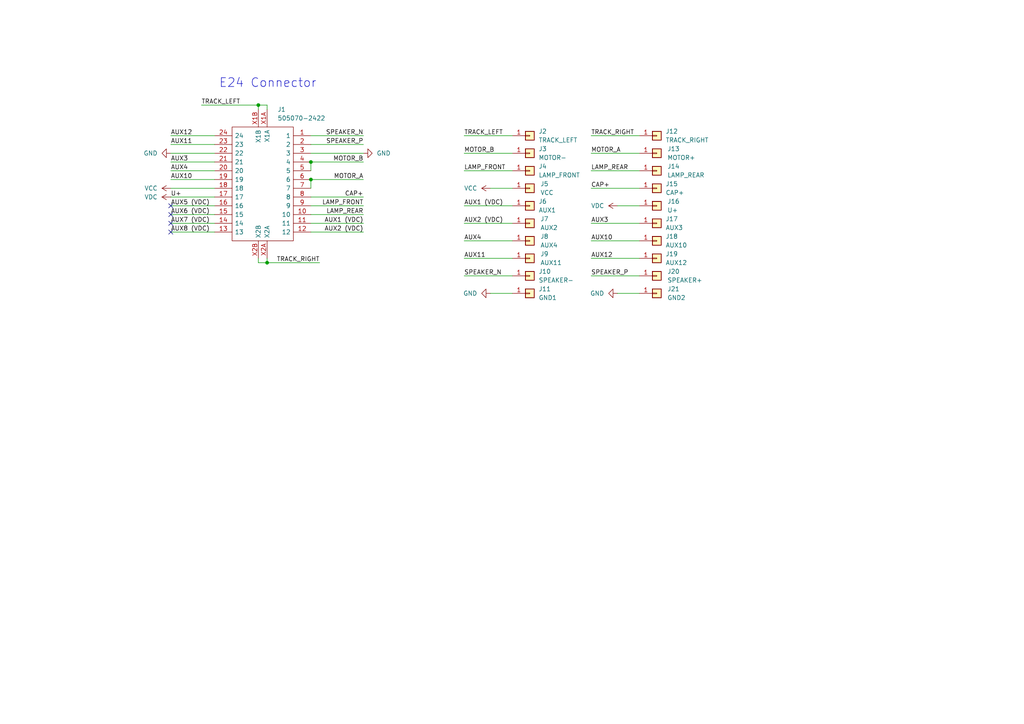
<source format=kicad_sch>
(kicad_sch (version 20231120) (generator "eeschema") (generator_version "8.0")
  (paper "A4")
  (lib_symbols
    (symbol "Connector_Generic:Conn_01x01" (pin_names (offset 1.016) hide)
      (property "Reference" "J" (at 0 2.54 0))
      (property "Value" "Conn_01x01" (at 0 -2.54 0))
      (symbol "Conn_01x01_1_1"
        (rectangle (start -1.27 0.127) (end 0 -0.127) (stroke (width 0.1524)))
        (rectangle (start -1.27 1.27) (end 1.27 -1.27) (stroke (width 0.254)) (fill (type background)))
        (pin passive line (at -5.08 0 0) (length 3.81) (name "Pin_1") (number "1"))
      )
    )
    (symbol "Local Symbol Library:505070-2422" (pin_names (offset 0.762))
      (property "Reference" "J" (at 39.37 12.7 0))
      (property "Value" "505070-2422" (at 39.37 10.16 0))
      (symbol "505070-2422_0_1"
        (polyline (pts (xy 5.08 7.62) (xy 38.1 7.62) (xy 38.1 -10.16) (xy 5.08 -10.16) (xy 5.08 7.62)) (stroke (width 0.1524)))
      )
      (symbol "505070-2422_1_0"
        (pin passive line (at 7.62 12.7 270) (length 5.08) (name "1") (number "1"))
        (pin passive line (at 30.48 12.7 270) (length 5.08) (name "10") (number "10"))
        (pin passive line (at 33.02 12.7 270) (length 5.08) (name "11") (number "11"))
        (pin passive line (at 35.56 12.7 270) (length 5.08) (name "12") (number "12"))
        (pin passive line (at 35.56 -15.24 90) (length 5.08) (name "13") (number "13"))
        (pin passive line (at 33.02 -15.24 90) (length 5.08) (name "14") (number "14"))
        (pin passive line (at 30.48 -15.24 90) (length 5.08) (name "15") (number "15"))
        (pin passive line (at 27.94 -15.24 90) (length 5.08) (name "16") (number "16"))
        (pin passive line (at 25.4 -15.24 90) (length 5.08) (name "17") (number "17"))
        (pin passive line (at 22.86 -15.24 90) (length 5.08) (name "18") (number "18"))
        (pin passive line (at 20.32 -15.24 90) (length 5.08) (name "19") (number "19"))
        (pin passive line (at 10.16 12.7 270) (length 5.08) (name "2") (number "2"))
        (pin passive line (at 17.78 -15.24 90) (length 5.08) (name "20") (number "20"))
        (pin passive line (at 15.24 -15.24 90) (length 5.08) (name "21") (number "21"))
        (pin passive line (at 12.7 -15.24 90) (length 5.08) (name "22") (number "22"))
        (pin passive line (at 10.16 -15.24 90) (length 5.08) (name "23") (number "23"))
        (pin passive line (at 7.62 -15.24 90) (length 5.08) (name "24") (number "24"))
        (pin passive line (at 12.7 12.7 270) (length 5.08) (name "3") (number "3"))
        (pin passive line (at 15.24 12.7 270) (length 5.08) (name "4") (number "4"))
        (pin passive line (at 17.78 12.7 270) (length 5.08) (name "5") (number "5"))
        (pin passive line (at 20.32 12.7 270) (length 5.08) (name "6") (number "6"))
        (pin passive line (at 22.86 12.7 270) (length 5.08) (name "7") (number "7"))
        (pin passive line (at 25.4 12.7 270) (length 5.08) (name "8") (number "8"))
        (pin passive line (at 27.94 12.7 270) (length 5.08) (name "9") (number "9"))
        (pin passive line (at 0 0 0) (length 5.08) (name "X1A") (number "X1A"))
        (pin passive line (at 0 -2.54 0) (length 5.08) (name "X1B") (number "X1B"))
        (pin passive line (at 43.18 0 180) (length 5.08) (name "X2A") (number "X2A"))
        (pin passive line (at 43.18 -2.54 180) (length 5.08) (name "X2B") (number "X2B"))
      )
    )
    (symbol "power:GND" (power) (pin_numbers hide) (pin_names (offset 0) hide)
      (property "Value" "GND" (at 0 -3.81 0))
      (symbol "GND_0_1"
        (polyline (pts (xy 0 0) (xy 0 -1.27) (xy 1.27 -1.27) (xy 0 -2.54) (xy -1.27 -1.27) (xy 0 -1.27)))
      )
      (symbol "GND_1_1"
        (pin power_in line (at 0 0 270) (length 0) (name "~") (number "1"))
      )
    )
    (symbol "power:VCC" (power) (pin_numbers hide) (pin_names (offset 0) hide)
      (property "Value" "VCC" (at 0 3.556 0))
      (symbol "VCC_0_1"
        (polyline (pts (xy -0.762 1.27) (xy 0 2.54)))
        (polyline (pts (xy 0 0) (xy 0 2.54)))
        (polyline (pts (xy 0 2.54) (xy 0.762 1.27)))
      )
      (symbol "VCC_1_1"
        (pin power_in line (at 0 0 90) (length 0) (name "~") (number "1"))
      )
    )
    (symbol "power:VDC" (power) (pin_numbers hide) (pin_names (offset 0) hide)
      (property "Value" "VDC" (at 0 3.556 0))
      (symbol "VDC_0_1"
        (polyline (pts (xy -0.762 1.27) (xy 0 2.54)))
        (polyline (pts (xy 0 0) (xy 0 2.54)))
        (polyline (pts (xy 0 2.54) (xy 0.762 1.27)))
      )
      (symbol "VDC_1_1"
        (pin power_in line (at 0 0 90) (length 0) (name "~") (number "1"))
      )
    )
  )
  (junction (at 74.93 30.48))
  (junction (at 90.17 52.07))
  (junction (at 90.17 46.99))
  (junction (at 77.47 76.2))
  (no_connect (at 49.53 64.77))
  (no_connect (at 49.53 67.31))
  (no_connect (at 49.53 59.69))
  (no_connect (at 49.53 62.23))
  (wire (pts (xy 171.45 49.53) (xy 185.42 49.53)))
  (wire (pts (xy 49.53 54.61) (xy 62.23 54.61)))
  (wire (pts (xy 49.53 52.07) (xy 62.23 52.07)))
  (wire (pts (xy 90.17 46.99) (xy 90.17 49.53)))
  (wire (pts (xy 171.45 44.45) (xy 185.42 44.45)))
  (wire (pts (xy 74.93 74.93) (xy 74.93 76.2)))
  (wire (pts (xy 90.17 52.07) (xy 90.17 54.61)))
  (wire (pts (xy 49.53 49.53) (xy 62.23 49.53)))
  (wire (pts (xy 49.53 59.69) (xy 62.23 59.69)))
  (wire (pts (xy 49.53 64.77) (xy 62.23 64.77)))
  (wire (pts (xy 134.62 80.01) (xy 148.59 80.01)))
  (wire (pts (xy 134.62 69.85) (xy 148.59 69.85)))
  (wire (pts (xy 105.41 59.69) (xy 90.17 59.69)))
  (wire (pts (xy 134.62 59.69) (xy 148.59 59.69)))
  (wire (pts (xy 105.41 62.23) (xy 90.17 62.23)))
  (wire (pts (xy 105.41 67.31) (xy 90.17 67.31)))
  (wire (pts (xy 49.53 41.91) (xy 62.23 41.91)))
  (wire (pts (xy 74.93 76.2) (xy 77.47 76.2)))
  (wire (pts (xy 58.42 30.48) (xy 74.93 30.48)))
  (wire (pts (xy 49.53 46.99) (xy 62.23 46.99)))
  (wire (pts (xy 134.62 74.93) (xy 148.59 74.93)))
  (wire (pts (xy 90.17 39.37) (xy 105.41 39.37)))
  (wire (pts (xy 49.53 67.31) (xy 62.23 67.31)))
  (wire (pts (xy 90.17 52.07) (xy 105.41 52.07)))
  (wire (pts (xy 171.45 39.37) (xy 185.42 39.37)))
  (wire (pts (xy 105.41 57.15) (xy 90.17 57.15)))
  (wire (pts (xy 134.62 39.37) (xy 148.59 39.37)))
  (wire (pts (xy 142.24 85.09) (xy 148.59 85.09)))
  (wire (pts (xy 171.45 54.61) (xy 185.42 54.61)))
  (wire (pts (xy 171.45 80.01) (xy 185.42 80.01)))
  (wire (pts (xy 171.45 69.85) (xy 185.42 69.85)))
  (wire (pts (xy 90.17 46.99) (xy 105.41 46.99)))
  (wire (pts (xy 49.53 39.37) (xy 62.23 39.37)))
  (wire (pts (xy 134.62 49.53) (xy 148.59 49.53)))
  (wire (pts (xy 49.53 62.23) (xy 62.23 62.23)))
  (wire (pts (xy 74.93 30.48) (xy 77.47 30.48)))
  (wire (pts (xy 90.17 44.45) (xy 105.41 44.45)))
  (wire (pts (xy 74.93 31.75) (xy 74.93 30.48)))
  (wire (pts (xy 179.07 85.09) (xy 185.42 85.09)))
  (wire (pts (xy 105.41 64.77) (xy 90.17 64.77)))
  (wire (pts (xy 77.47 31.75) (xy 77.47 30.48)))
  (wire (pts (xy 171.45 64.77) (xy 185.42 64.77)))
  (wire (pts (xy 142.24 54.61) (xy 148.59 54.61)))
  (wire (pts (xy 49.53 57.15) (xy 62.23 57.15)))
  (wire (pts (xy 49.53 44.45) (xy 62.23 44.45)))
  (wire (pts (xy 77.47 76.2) (xy 92.71 76.2)))
  (wire (pts (xy 179.07 59.69) (xy 185.42 59.69)))
  (wire (pts (xy 77.47 74.93) (xy 77.47 76.2)))
  (wire (pts (xy 134.62 44.45) (xy 148.59 44.45)))
  (wire (pts (xy 171.45 74.93) (xy 185.42 74.93)))
  (wire (pts (xy 90.17 41.91) (xy 105.41 41.91)))
  (wire (pts (xy 134.62 64.77) (xy 148.59 64.77)))
  (text "E24 Connector" (at 63.5 25.654 0) (effects (font (size 2.54 2.54)) (justify left bottom)))
  (label "LAMP_REAR" (at 171.45 49.53 0))
  (label "AUX3" (at 171.45 64.77 0))
  (label "AUX1 (VDC)" (at 134.62 59.69 0))
  (label "TRACK_RIGHT" (at 92.71 76.2 180))
  (label "AUX2 (VDC)" (at 134.62 64.77 0))
  (label "AUX12" (at 49.53 39.37 0))
  (label "AUX12" (at 171.45 74.93 0))
  (label "AUX4" (at 134.62 69.85 0))
  (label "MOTOR_A" (at 105.41 52.07 180))
  (label "MOTOR_B" (at 105.41 46.99 180))
  (label "CAP+" (at 105.41 57.15 180))
  (label "AUX1 (VDC)" (at 105.41 64.77 180))
  (label "TRACK_LEFT" (at 134.62 39.37 0))
  (label "U+" (at 49.53 57.15 0))
  (label "TRACK_LEFT" (at 58.42 30.48 0))
  (label "AUX3" (at 49.53 46.99 0))
  (label "AUX5 (VDC)" (at 49.53 59.69 0))
  (label "TRACK_RIGHT" (at 171.45 39.37 0))
  (label "LAMP_FRONT" (at 134.62 49.53 0))
  (label "LAMP_FRONT" (at 105.41 59.69 180))
  (label "SPEAKER_N" (at 134.62 80.01 0))
  (label "AUX10" (at 49.53 52.07 0))
  (label "AUX8 (VDC)" (at 49.53 67.31 0))
  (label "AUX10" (at 171.45 69.85 0))
  (label "AUX2 (VDC)" (at 105.41 67.31 180))
  (label "AUX6 (VDC)" (at 49.53 62.23 0))
  (label "AUX4" (at 49.53 49.53 0))
  (label "LAMP_REAR" (at 105.41 62.23 180))
  (label "MOTOR_A" (at 171.45 44.45 0))
  (label "SPEAKER_N" (at 105.41 39.37 180))
  (label "CAP+" (at 171.45 54.61 0))
  (label "AUX11" (at 134.62 74.93 0))
  (label "SPEAKER_P" (at 105.41 41.91 180))
  (label "AUX11" (at 49.53 41.91 0))
  (label "AUX7 (VDC)" (at 49.53 64.77 0))
  (label "MOTOR_B" (at 134.62 44.45 0))
  (label "SPEAKER_P" (at 171.45 80.01 0))
  (symbol (lib_id "power:GND") (at 105.41 44.45 90) (unit 1)
    (property "Reference" "#PWR04" (effects (hide yes)))
    (property "Value" "GND" (at 109.22 44.4499 90) (effects (justify right)))
    (property "Description" "Power symbol creates a global label with name \"GND\" , ground" (effects (hide yes)))
  )
  (symbol (lib_id "Connector_Generic:Conn_01x01") (at 153.67 54.61 0) (unit 1)
    (property "Reference" "J5" (at 156.718 53.3399 0) (effects (justify left)))
    (property "Value" "VCC" (at 156.718 55.8799 0) (effects (justify left)))
    (property "Footprint" "Connector_Wire:SolderWirePad_1x01_SMD_1x2mm" (effects (hide yes)))
    (property "Description" "Generic connector, single row, 01x01, script generated (kicad-library-utils/schlib/autogen/connector/)" (effects (hide yes)))
  )
  (symbol (lib_id "Connector_Generic:Conn_01x01") (at 190.5 69.85 0) (unit 1)
    (property "Reference" "J18" (at 193.04 68.5799 0) (effects (justify left)))
    (property "Value" "AUX10" (at 193.04 71.1199 0) (effects (justify left)))
    (property "Footprint" "Connector_Wire:SolderWirePad_1x01_SMD_1x2mm" (effects (hide yes)))
    (property "Description" "Generic connector, single row, 01x01, script generated (kicad-library-utils/schlib/autogen/connector/)" (effects (hide yes)))
  )
  (symbol (lib_id "Connector_Generic:Conn_01x01") (at 153.67 80.01 0) (unit 1)
    (property "Reference" "J10" (at 156.21 78.7399 0) (effects (justify left)))
    (property "Value" "SPEAKER-" (at 156.21 81.2799 0) (effects (justify left)))
    (property "Footprint" "Connector_Wire:SolderWirePad_1x01_SMD_1x2mm" (effects (hide yes)))
    (property "Description" "Generic connector, single row, 01x01, script generated (kicad-library-utils/schlib/autogen/connector/)" (effects (hide yes)))
  )
  (symbol (lib_id "Connector_Generic:Conn_01x01") (at 153.67 39.37 0) (unit 1)
    (property "Reference" "J2" (at 156.21 38.0999 0) (effects (justify left)))
    (property "Value" "TRACK_LEFT" (at 156.21 40.6399 0) (effects (justify left)))
    (property "Footprint" "Local Library:SolderWirePad_1x01_SMD_1.5x3mm" (effects (hide yes)))
    (property "Description" "Generic connector, single row, 01x01, script generated (kicad-library-utils/schlib/autogen/connector/)" (effects (hide yes)))
  )
  (symbol (lib_id "power:VCC") (at 49.53 54.61 90) (unit 1)
    (property "Reference" "#PWR02" (effects (hide yes)))
    (property "Value" "VCC" (at 45.72 54.6099 90) (effects (justify left)))
    (property "Description" "Power symbol creates a global label with name \"VCC\"" (effects (hide yes)))
  )
  (symbol (lib_id "Connector_Generic:Conn_01x01") (at 153.67 85.09 0) (unit 1)
    (property "Reference" "J11" (at 156.21 83.8199 0) (effects (justify left)))
    (property "Value" "GND1" (at 156.21 86.3599 0) (effects (justify left)))
    (property "Footprint" "Local Library:SolderWirePad_1x01_SMD_1.5x3mm" (effects (hide yes)))
    (property "Description" "Generic connector, single row, 01x01, script generated (kicad-library-utils/schlib/autogen/connector/)" (effects (hide yes)))
  )
  (symbol (lib_id "Connector_Generic:Conn_01x01") (at 153.67 64.77 0) (unit 1)
    (property "Reference" "J7" (at 156.718 63.4999 0) (effects (justify left)))
    (property "Value" "AUX2" (at 156.718 66.0399 0) (effects (justify left)))
    (property "Footprint" "Connector_Wire:SolderWirePad_1x01_SMD_1x2mm" (effects (hide yes)))
    (property "Description" "Generic connector, single row, 01x01, script generated (kicad-library-utils/schlib/autogen/connector/)" (effects (hide yes)))
  )
  (symbol (lib_id "power:VDC") (at 49.53 57.15 90) (unit 1)
    (property "Reference" "#PWR03" (effects (hide yes)))
    (property "Value" "VDC" (at 45.72 57.1499 90) (effects (justify left)))
    (property "Description" "Power symbol creates a global label with name \"VDC\"" (effects (hide yes)))
  )
  (symbol (lib_id "Connector_Generic:Conn_01x01") (at 153.67 69.85 0) (unit 1)
    (property "Reference" "J8" (at 156.718 68.5799 0) (effects (justify left)))
    (property "Value" "AUX4" (at 156.718 71.1199 0) (effects (justify left)))
    (property "Footprint" "Connector_Wire:SolderWirePad_1x01_SMD_1x2mm" (effects (hide yes)))
    (property "Description" "Generic connector, single row, 01x01, script generated (kicad-library-utils/schlib/autogen/connector/)" (effects (hide yes)))
  )
  (symbol (lib_id "Local Symbol Library:505070-2422") (at 77.47 31.75 270) (unit 1)
    (property "Reference" "J1" (at 80.4865 31.75 90) (effects (justify left)))
    (property "Value" "505070-2422" (at 80.4865 34.29 90) (effects (justify left)))
    (property "Footprint" "5050702422" (effects (hide yes)))
    (property "Datasheet" "https://componentsearchengine.com/Datasheets/1/505070-2422.pdf" (effects (hide yes)))
    (property "Description" "SlimStack Board-to-Board Connector, 0.35mm Pitch, SSB RP Series, Plug, 0.60 or 0.70mm Mated Height, 2.00mm Mated Width,  Circuits, Armor Nail, 0.15mm Fitting Nail Width" (effects (hide yes)))
    (property "Description_1" "SlimStack Board-to-Board Connector, 0.35mm Pitch, SSB RP Series, Plug, 0.60 or 0.70mm Mated Height, 2.00mm Mated Width,  Circuits, Armor Nail, 0.15mm Fitting Nail Width" (effects (hide yes)))
    (property "Height" "0.53" (effects (hide yes)))
    (property "Manufacturer_Name" "Molex" (effects (hide yes)))
    (property "Manufacturer_Part_Number" "505070-2422" (effects (hide yes)))
    (property "LCSC" "C724143" (effects (hide yes)))
  )
  (symbol (lib_id "Connector_Generic:Conn_01x01") (at 153.67 59.69 0) (unit 1)
    (property "Reference" "J6" (at 156.21 58.4199 0) (effects (justify left)))
    (property "Value" "AUX1" (at 156.21 60.9599 0) (effects (justify left)))
    (property "Footprint" "Connector_Wire:SolderWirePad_1x01_SMD_1x2mm" (effects (hide yes)))
    (property "Description" "Generic connector, single row, 01x01, script generated (kicad-library-utils/schlib/autogen/connector/)" (effects (hide yes)))
  )
  (symbol (lib_id "power:VCC") (at 142.24 54.61 90) (unit 1)
    (property "Reference" "#PWR05" (effects (hide yes)))
    (property "Value" "VCC" (at 138.43 54.6099 90) (effects (justify left)))
    (property "Description" "Power symbol creates a global label with name \"VCC\"" (effects (hide yes)))
  )
  (symbol (lib_id "Connector_Generic:Conn_01x01") (at 153.67 74.93 0) (unit 1)
    (property "Reference" "J9" (at 156.718 73.6599 0) (effects (justify left)))
    (property "Value" "AUX11" (at 156.718 76.1999 0) (effects (justify left)))
    (property "Footprint" "Connector_Wire:SolderWirePad_1x01_SMD_1x2mm" (effects (hide yes)))
    (property "Description" "Generic connector, single row, 01x01, script generated (kicad-library-utils/schlib/autogen/connector/)" (effects (hide yes)))
  )
  (symbol (lib_id "Connector_Generic:Conn_01x01") (at 190.5 39.37 0) (unit 1)
    (property "Reference" "J12" (at 193.04 38.0999 0) (effects (justify left)))
    (property "Value" "TRACK_RIGHT" (at 193.04 40.6399 0) (effects (justify left)))
    (property "Footprint" "Local Library:SolderWirePad_1x01_SMD_1.5x3mm" (effects (hide yes)))
    (property "Description" "Generic connector, single row, 01x01, script generated (kicad-library-utils/schlib/autogen/connector/)" (effects (hide yes)))
  )
  (symbol (lib_id "power:GND") (at 49.53 44.45 270) (unit 1)
    (property "Reference" "#PWR01" (effects (hide yes)))
    (property "Value" "GND" (at 45.72 44.4499 90) (effects (justify right)))
    (property "Description" "Power symbol creates a global label with name \"GND\" , ground" (effects (hide yes)))
  )
  (symbol (lib_id "power:GND") (at 142.24 85.09 270) (unit 1)
    (property "Reference" "#PWR06" (effects (hide yes)))
    (property "Value" "GND" (at 138.43 85.0899 90) (effects (justify right)))
    (property "Description" "Power symbol creates a global label with name \"GND\" , ground" (effects (hide yes)))
  )
  (symbol (lib_id "Connector_Generic:Conn_01x01") (at 190.5 59.69 0) (unit 1)
    (property "Reference" "J16" (at 193.548 58.4199 0) (effects (justify left)))
    (property "Value" "U+" (at 193.548 60.9599 0) (effects (justify left)))
    (property "Footprint" "Connector_Wire:SolderWirePad_1x01_SMD_1x2mm" (effects (hide yes)))
    (property "Description" "Generic connector, single row, 01x01, script generated (kicad-library-utils/schlib/autogen/connector/)" (effects (hide yes)))
  )
  (symbol (lib_id "Connector_Generic:Conn_01x01") (at 190.5 74.93 0) (unit 1)
    (property "Reference" "J19" (at 193.04 73.6599 0) (effects (justify left)))
    (property "Value" "AUX12" (at 193.04 76.1999 0) (effects (justify left)))
    (property "Footprint" "Connector_Wire:SolderWirePad_1x01_SMD_1x2mm" (effects (hide yes)))
    (property "Description" "Generic connector, single row, 01x01, script generated (kicad-library-utils/schlib/autogen/connector/)" (effects (hide yes)))
  )
  (symbol (lib_id "Connector_Generic:Conn_01x01") (at 190.5 44.45 0) (unit 1)
    (property "Reference" "J13" (at 193.548 43.1799 0) (effects (justify left)))
    (property "Value" "MOTOR+" (at 193.548 45.7199 0) (effects (justify left)))
    (property "Footprint" "Local Library:SolderWirePad_1x01_SMD_1.5x3mm" (effects (hide yes)))
    (property "Description" "Generic connector, single row, 01x01, script generated (kicad-library-utils/schlib/autogen/connector/)" (effects (hide yes)))
  )
  (symbol (lib_id "power:GND") (at 179.07 85.09 270) (unit 1)
    (property "Reference" "#PWR08" (effects (hide yes)))
    (property "Value" "GND" (at 175.26 85.0899 90) (effects (justify right)))
    (property "Description" "Power symbol creates a global label with name \"GND\" , ground" (effects (hide yes)))
  )
  (symbol (lib_id "Connector_Generic:Conn_01x01") (at 153.67 44.45 0) (unit 1)
    (property "Reference" "J3" (at 156.21 43.1799 0) (effects (justify left)))
    (property "Value" "MOTOR-" (at 156.21 45.7199 0) (effects (justify left)))
    (property "Footprint" "Local Library:SolderWirePad_1x01_SMD_1.5x3mm" (effects (hide yes)))
    (property "Description" "Generic connector, single row, 01x01, script generated (kicad-library-utils/schlib/autogen/connector/)" (effects (hide yes)))
  )
  (symbol (lib_id "Connector_Generic:Conn_01x01") (at 190.5 64.77 0) (unit 1)
    (property "Reference" "J17" (at 193.04 63.4999 0) (effects (justify left)))
    (property "Value" "AUX3" (at 193.04 66.0399 0) (effects (justify left)))
    (property "Footprint" "Connector_Wire:SolderWirePad_1x01_SMD_1x2mm" (effects (hide yes)))
    (property "Description" "Generic connector, single row, 01x01, script generated (kicad-library-utils/schlib/autogen/connector/)" (effects (hide yes)))
  )
  (symbol (lib_id "Connector_Generic:Conn_01x01") (at 190.5 85.09 0) (unit 1)
    (property "Reference" "J21" (at 193.548 83.8199 0) (effects (justify left)))
    (property "Value" "GND2" (at 193.548 86.3599 0) (effects (justify left)))
    (property "Footprint" "Local Library:SolderWirePad_1x01_SMD_1.5x3mm" (effects (hide yes)))
    (property "Description" "Generic connector, single row, 01x01, script generated (kicad-library-utils/schlib/autogen/connector/)" (effects (hide yes)))
  )
  (symbol (lib_id "Connector_Generic:Conn_01x01") (at 190.5 80.01 0) (unit 1)
    (property "Reference" "J20" (at 193.548 78.7399 0) (effects (justify left)))
    (property "Value" "SPEAKER+" (at 193.548 81.2799 0) (effects (justify left)))
    (property "Footprint" "Connector_Wire:SolderWirePad_1x01_SMD_1x2mm" (effects (hide yes)))
    (property "Description" "Generic connector, single row, 01x01, script generated (kicad-library-utils/schlib/autogen/connector/)" (effects (hide yes)))
  )
  (symbol (lib_id "Connector_Generic:Conn_01x01") (at 190.5 54.61 0) (unit 1)
    (property "Reference" "J15" (at 193.04 53.3399 0) (effects (justify left)))
    (property "Value" "CAP+" (at 193.04 55.8799 0) (effects (justify left)))
    (property "Footprint" "Connector_Wire:SolderWirePad_1x01_SMD_1x2mm" (effects (hide yes)))
    (property "Description" "Generic connector, single row, 01x01, script generated (kicad-library-utils/schlib/autogen/connector/)" (effects (hide yes)))
  )
  (symbol (lib_id "power:VDC") (at 179.07 59.69 90) (unit 1)
    (property "Reference" "#PWR07" (effects (hide yes)))
    (property "Value" "VDC" (at 175.26 59.6899 90) (effects (justify left)))
    (property "Description" "Power symbol creates a global label with name \"VDC\"" (effects (hide yes)))
  )
  (symbol (lib_id "Connector_Generic:Conn_01x01") (at 153.67 49.53 0) (unit 1)
    (property "Reference" "J4" (at 156.21 48.2599 0) (effects (justify left)))
    (property "Value" "LAMP_FRONT" (at 156.21 50.7999 0) (effects (justify left)))
    (property "Footprint" "Connector_Wire:SolderWirePad_1x01_SMD_1x2mm" (effects (hide yes)))
    (property "Description" "Generic connector, single row, 01x01, script generated (kicad-library-utils/schlib/autogen/connector/)" (effects (hide yes)))
  )
  (symbol (lib_id "Connector_Generic:Conn_01x01") (at 190.5 49.53 0) (unit 1)
    (property "Reference" "J14" (at 193.548 48.2599 0) (effects (justify left)))
    (property "Value" "LAMP_REAR" (at 193.548 50.7999 0) (effects (justify left)))
    (property "Footprint" "Connector_Wire:SolderWirePad_1x01_SMD_1x2mm" (effects (hide yes)))
    (property "Description" "Generic connector, single row, 01x01, script generated (kicad-library-utils/schlib/autogen/connector/)" (effects (hide yes)))
  )
)
</source>
